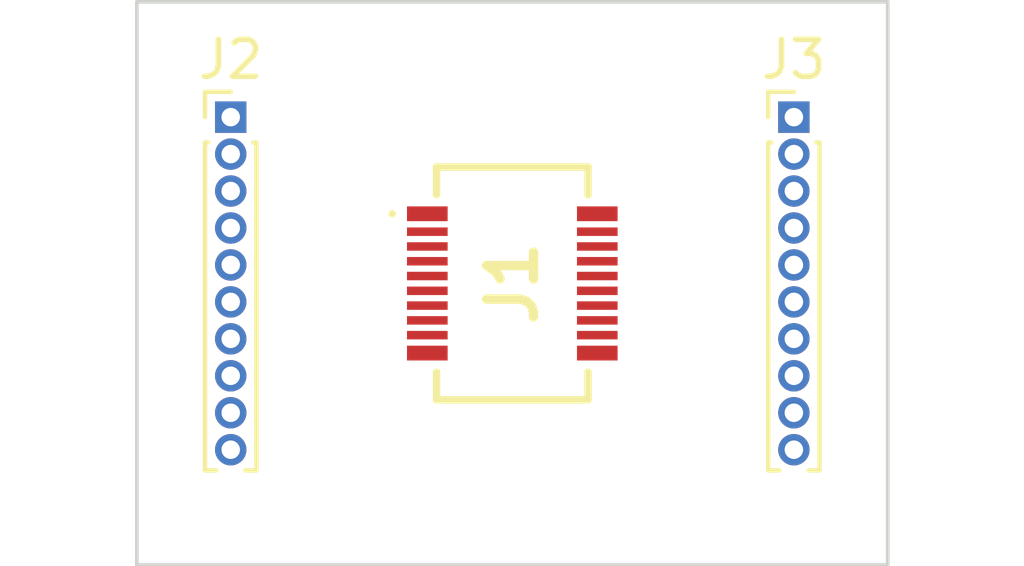
<source format=kicad_pcb>
(kicad_pcb (version 20221018) (generator pcbnew)
  (layers (0 "F.Cu" signal) (31 "B.Cu" signal) (34 "B.Paste" user) (35 "F.Paste" user) (36 "B.SilkS" user "B.Silkscreen") (37 "F.SilkS" user "F.Silkscreen") (38 "B.Mask" user) (39 "F.Mask" user) (44 "Edge.Cuts" user))
  (net 0 "")
  (net 1 "Net-(J2-Pin_1)")
  (net 2 "Net-(J3-Pin_1)")
  (net 3 "Net-(J2-Pin_2)")
  (net 4 "Net-(J3-Pin_2)")
  (net 5 "Net-(J2-Pin_3)")
  (net 6 "Net-(J3-Pin_3)")
  (net 7 "Net-(J2-Pin_4)")
  (net 8 "Net-(J3-Pin_4)")
  (net 9 "Net-(J2-Pin_5)")
  (net 10 "Net-(J3-Pin_5)")
  (net 11 "Net-(J2-Pin_6)")
  (net 12 "Net-(J3-Pin_6)")
  (net 13 "Net-(J2-Pin_7)")
  (net 14 "Net-(J3-Pin_7)")
  (net 15 "Net-(J2-Pin_8)")
  (net 16 "Net-(J3-Pin_8)")
  (net 17 "Net-(J2-Pin_9)")
  (net 18 "Net-(J3-Pin_9)")
  (net 19 "Net-(J2-Pin_10)")
  (net 20 "Net-(J3-Pin_10)")
  (footprint "Connector_PinHeader_1.00mm:PinHeader_1x10_P1.00mm_Vertical" (layer "F.Cu") (at 139.7 79.32)
    (fp_text reference "J2" (at 0 -1.56) (layer "F.SilkS"))
    (fp_text value "Conn_01x10_Pin")
    (fp_line (start -0.695 -0.685) (end 0 -0.685) (stroke (width 0.12)) (layer "F.SilkS"))
    (fp_line (start -0.695 0) (end -0.695 -0.685) (stroke (width 0.12)) (layer "F.SilkS"))
    (fp_line (start -0.695 0.685) (end -0.695 9.56) (stroke (width 0.12)) (layer "F.SilkS"))
    (fp_line (start -0.695 0.685) (end -0.608276 0.685) (stroke (width 0.12)) (layer "F.SilkS"))
    (fp_line (start -0.695 9.56) (end -0.394493 9.56) (stroke (width 0.12)) (layer "F.SilkS"))
    (fp_line (start 0.394493 9.56) (end 0.695 9.56) (stroke (width 0.12)) (layer "F.SilkS"))
    (fp_line (start 0.608276 0.685) (end 0.695 0.685) (stroke (width 0.12)) (layer "F.SilkS"))
    (fp_line (start 0.695 0.685) (end 0.695 9.56) (stroke (width 0.12)) (layer "F.SilkS"))
    (pad "1" thru_hole rect locked (at 0 0) (size 0.85 0.85) (drill 0.5) (layers "*.Cu" "*.Mask") (net 1 "Net-(J2-Pin_1)"))
    (pad "2" thru_hole oval locked (at 0 1) (size 0.85 0.85) (drill 0.5) (layers "*.Cu" "*.Mask") (net 3 "Net-(J2-Pin_2)"))
    (pad "3" thru_hole oval locked (at 0 2) (size 0.85 0.85) (drill 0.5) (layers "*.Cu" "*.Mask") (net 5 "Net-(J2-Pin_3)"))
    (pad "4" thru_hole oval locked (at 0 3) (size 0.85 0.85) (drill 0.5) (layers "*.Cu" "*.Mask") (net 7 "Net-(J2-Pin_4)"))
    (pad "5" thru_hole oval locked (at 0 4) (size 0.85 0.85) (drill 0.5) (layers "*.Cu" "*.Mask") (net 9 "Net-(J2-Pin_5)"))
    (pad "6" thru_hole oval locked (at 0 5) (size 0.85 0.85) (drill 0.5) (layers "*.Cu" "*.Mask") (net 11 "Net-(J2-Pin_6)"))
    (pad "7" thru_hole oval locked (at 0 6) (size 0.85 0.85) (drill 0.5) (layers "*.Cu" "*.Mask") (net 13 "Net-(J2-Pin_7)"))
    (pad "8" thru_hole oval locked (at 0 7) (size 0.85 0.85) (drill 0.5) (layers "*.Cu" "*.Mask") (net 15 "Net-(J2-Pin_8)"))
    (pad "9" thru_hole oval locked (at 0 8) (size 0.85 0.85) (drill 0.5) (layers "*.Cu" "*.Mask") (net 17 "Net-(J2-Pin_9)"))
    (pad "10" thru_hole oval locked (at 0 9) (size 0.85 0.85) (drill 0.5) (layers "*.Cu" "*.Mask") (net 19 "Net-(J2-Pin_10)"))
  )
  (footprint "AXK72147G:AXK720147G" (layer "F.Cu") (at 147.32 83.82 -90)
    (fp_text reference "J1" (at 0 0 -90) (layer "F.SilkS") (effects (font (size 1.27 1.27) (thickness 0.254))))
    (fp_text value "AXK720147G" hide)
    (fp_line (start -3.15 -2.05) (end -3.15 -2.05) (stroke (width 0.2)) (layer "F.SilkS"))
    (fp_line (start -3.15 -2.05) (end -3.15 2.05) (stroke (width 0.2)) (layer "F.SilkS"))
    (fp_line (start -3.15 2.05) (end -2.4 2.05) (stroke (width 0.2)) (layer "F.SilkS"))
    (fp_line (start -2.4 -2.05) (end -3.15 -2.05) (stroke (width 0.2)) (layer "F.SilkS"))
    (fp_line (start -1.885 3.2) (end -1.885 3.2) (stroke (width 0.1)) (layer "F.SilkS"))
    (fp_line (start -1.885 3.3) (end -1.885 3.3) (stroke (width 0.1)) (layer "F.SilkS"))
    (fp_line (start 2.4 -2.05) (end 3.15 -2.05) (stroke (width 0.2)) (layer "F.SilkS"))
    (fp_line (start 3.15 -2.05) (end 3.15 2.05) (stroke (width 0.2)) (layer "F.SilkS"))
    (fp_line (start 3.15 2.05) (end 2.4 2.05) (stroke (width 0.2)) (layer "F.SilkS"))
    (fp_arc (start -1.885 3.2) (mid -1.835 3.25) (end -1.885 3.3) (stroke (width 0.1)) (layer "F.SilkS"))
    (fp_arc (start -1.885 3.3) (mid -1.935 3.25) (end -1.885 3.2) (stroke (width 0.1)) (layer "F.SilkS"))
    (pad "1" smd rect (at -1.885 2.3 270) (size 0.4 1.1) (layers "F.Cu" "F.Paste" "F.Mask") (net 1 "Net-(J2-Pin_1)"))
    (pad "2" smd rect (at -1.885 -2.3 270) (size 0.4 1.1) (layers "F.Cu" "F.Paste" "F.Mask") (net 2 "Net-(J3-Pin_1)"))
    (pad "3" smd rect (at -1.4 2.3 270) (size 0.23 1.1) (layers "F.Cu" "F.Paste" "F.Mask") (net 3 "Net-(J2-Pin_2)"))
    (pad "4" smd rect (at -1.4 -2.3 270) (size 0.23 1.1) (layers "F.Cu" "F.Paste" "F.Mask") (net 4 "Net-(J3-Pin_2)"))
    (pad "5" smd rect (at -1 2.3 270) (size 0.23 1.1) (layers "F.Cu" "F.Paste" "F.Mask") (net 5 "Net-(J2-Pin_3)"))
    (pad "6" smd rect (at -1 -2.3 270) (size 0.23 1.1) (layers "F.Cu" "F.Paste" "F.Mask") (net 6 "Net-(J3-Pin_3)"))
    (pad "7" smd rect (at -0.6 2.3 270) (size 0.23 1.1) (layers "F.Cu" "F.Paste" "F.Mask") (net 7 "Net-(J2-Pin_4)"))
    (pad "8" smd rect (at -0.6 -2.3 270) (size 0.23 1.1) (layers "F.Cu" "F.Paste" "F.Mask") (net 8 "Net-(J3-Pin_4)"))
    (pad "9" smd rect (at -0.2 2.3 270) (size 0.23 1.1) (layers "F.Cu" "F.Paste" "F.Mask") (net 9 "Net-(J2-Pin_5)"))
    (pad "10" smd rect (at -0.2 -2.3 270) (size 0.23 1.1) (layers "F.Cu" "F.Paste" "F.Mask") (net 10 "Net-(J3-Pin_5)"))
    (pad "11" smd rect (at 0.2 2.3 270) (size 0.23 1.1) (layers "F.Cu" "F.Paste" "F.Mask") (net 11 "Net-(J2-Pin_6)"))
    (pad "12" smd rect (at 0.2 -2.3 270) (size 0.23 1.1) (layers "F.Cu" "F.Paste" "F.Mask") (net 12 "Net-(J3-Pin_6)"))
    (pad "13" smd rect (at 0.6 2.3 270) (size 0.23 1.1) (layers "F.Cu" "F.Paste" "F.Mask") (net 13 "Net-(J2-Pin_7)"))
    (pad "14" smd rect (at 0.6 -2.3 270) (size 0.23 1.1) (layers "F.Cu" "F.Paste" "F.Mask") (net 14 "Net-(J3-Pin_7)"))
    (pad "15" smd rect (at 1 2.3 270) (size 0.23 1.1) (layers "F.Cu" "F.Paste" "F.Mask") (net 15 "Net-(J2-Pin_8)"))
    (pad "16" smd rect (at 1 -2.3 270) (size 0.23 1.1) (layers "F.Cu" "F.Paste" "F.Mask") (net 16 "Net-(J3-Pin_8)"))
    (pad "17" smd rect (at 1.4 2.3 270) (size 0.23 1.1) (layers "F.Cu" "F.Paste" "F.Mask") (net 17 "Net-(J2-Pin_9)"))
    (pad "18" smd rect (at 1.4 -2.3 270) (size 0.23 1.1) (layers "F.Cu" "F.Paste" "F.Mask") (net 18 "Net-(J3-Pin_9)"))
    (pad "19" smd rect (at 1.885 2.3 270) (size 0.4 1.1) (layers "F.Cu" "F.Paste" "F.Mask") (net 19 "Net-(J2-Pin_10)"))
    (pad "20" smd rect (at 1.885 -2.3 270) (size 0.4 1.1) (layers "F.Cu" "F.Paste" "F.Mask") (net 20 "Net-(J3-Pin_10)"))
  )
  (footprint "Connector_PinHeader_1.00mm:PinHeader_1x10_P1.00mm_Vertical" (layer "F.Cu") (at 154.94 79.32)
    (fp_text reference "J3" (at 0 -1.56) (layer "F.SilkS"))
    (fp_text value "Conn_01x10_Pin")
    (fp_line (start -0.695 -0.685) (end 0 -0.685) (stroke (width 0.12)) (layer "F.SilkS"))
    (fp_line (start -0.695 0) (end -0.695 -0.685) (stroke (width 0.12)) (layer "F.SilkS"))
    (fp_line (start -0.695 0.685) (end -0.695 9.56) (stroke (width 0.12)) (layer "F.SilkS"))
    (fp_line (start -0.695 0.685) (end -0.608276 0.685) (stroke (width 0.12)) (layer "F.SilkS"))
    (fp_line (start -0.695 9.56) (end -0.394493 9.56) (stroke (width 0.12)) (layer "F.SilkS"))
    (fp_line (start 0.394493 9.56) (end 0.695 9.56) (stroke (width 0.12)) (layer "F.SilkS"))
    (fp_line (start 0.608276 0.685) (end 0.695 0.685) (stroke (width 0.12)) (layer "F.SilkS"))
    (fp_line (start 0.695 0.685) (end 0.695 9.56) (stroke (width 0.12)) (layer "F.SilkS"))
    (pad "1" thru_hole rect (at 0 0) (size 0.85 0.85) (drill 0.5) (layers "*.Cu" "*.Mask") (net 2 "Net-(J3-Pin_1)"))
    (pad "2" thru_hole oval (at 0 1) (size 0.85 0.85) (drill 0.5) (layers "*.Cu" "*.Mask") (net 4 "Net-(J3-Pin_2)"))
    (pad "3" thru_hole oval (at 0 2) (size 0.85 0.85) (drill 0.5) (layers "*.Cu" "*.Mask") (net 6 "Net-(J3-Pin_3)"))
    (pad "4" thru_hole oval (at 0 3) (size 0.85 0.85) (drill 0.5) (layers "*.Cu" "*.Mask") (net 8 "Net-(J3-Pin_4)"))
    (pad "5" thru_hole oval (at 0 4) (size 0.85 0.85) (drill 0.5) (layers "*.Cu" "*.Mask") (net 10 "Net-(J3-Pin_5)"))
    (pad "6" thru_hole oval (at 0 5) (size 0.85 0.85) (drill 0.5) (layers "*.Cu" "*.Mask") (net 12 "Net-(J3-Pin_6)"))
    (pad "7" thru_hole oval (at 0 6) (size 0.85 0.85) (drill 0.5) (layers "*.Cu" "*.Mask") (net 14 "Net-(J3-Pin_7)"))
    (pad "8" thru_hole oval (at 0 7) (size 0.85 0.85) (drill 0.5) (layers "*.Cu" "*.Mask") (net 16 "Net-(J3-Pin_8)"))
    (pad "9" thru_hole oval (at 0 8) (size 0.85 0.85) (drill 0.5) (layers "*.Cu" "*.Mask") (net 18 "Net-(J3-Pin_9)"))
    (pad "10" thru_hole oval (at 0 9) (size 0.85 0.85) (drill 0.5) (layers "*.Cu" "*.Mask") (net 20 "Net-(J3-Pin_10)"))
  )
  (gr_line (start 157.48 91.44) (end 137.16 91.44) (stroke (width 0.1)) (layer "Edge.Cuts"))
  (gr_line (start 157.48 76.2) (end 157.48 91.44) (stroke (width 0.1)) (layer "Edge.Cuts"))
  (gr_line (start 137.16 76.2) (end 157.48 76.2) (stroke (width 0.1)) (layer "Edge.Cuts"))
  (gr_line (start 137.16 91.44) (end 137.16 76.2) (stroke (width 0.1)) (layer "Edge.Cuts"))
)
</source>
